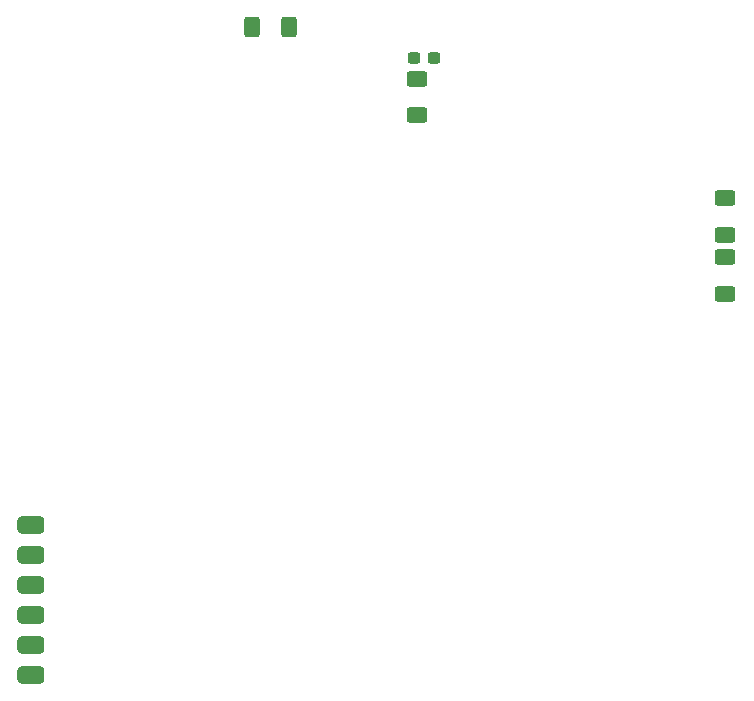
<source format=gbr>
%TF.GenerationSoftware,KiCad,Pcbnew,9.0.0*%
%TF.CreationDate,2025-07-08T12:35:53+02:00*%
%TF.ProjectId,capibarazeroPCB,63617069-6261-4726-917a-65726f504342,rev?*%
%TF.SameCoordinates,Original*%
%TF.FileFunction,Paste,Top*%
%TF.FilePolarity,Positive*%
%FSLAX46Y46*%
G04 Gerber Fmt 4.6, Leading zero omitted, Abs format (unit mm)*
G04 Created by KiCad (PCBNEW 9.0.0) date 2025-07-08 12:35:53*
%MOMM*%
%LPD*%
G01*
G04 APERTURE LIST*
G04 Aperture macros list*
%AMRoundRect*
0 Rectangle with rounded corners*
0 $1 Rounding radius*
0 $2 $3 $4 $5 $6 $7 $8 $9 X,Y pos of 4 corners*
0 Add a 4 corners polygon primitive as box body*
4,1,4,$2,$3,$4,$5,$6,$7,$8,$9,$2,$3,0*
0 Add four circle primitives for the rounded corners*
1,1,$1+$1,$2,$3*
1,1,$1+$1,$4,$5*
1,1,$1+$1,$6,$7*
1,1,$1+$1,$8,$9*
0 Add four rect primitives between the rounded corners*
20,1,$1+$1,$2,$3,$4,$5,0*
20,1,$1+$1,$4,$5,$6,$7,0*
20,1,$1+$1,$6,$7,$8,$9,0*
20,1,$1+$1,$8,$9,$2,$3,0*%
G04 Aperture macros list end*
%ADD10RoundRect,0.381000X-0.762000X-0.381000X0.762000X-0.381000X0.762000X0.381000X-0.762000X0.381000X0*%
%ADD11RoundRect,0.250000X0.625000X-0.400000X0.625000X0.400000X-0.625000X0.400000X-0.625000X-0.400000X0*%
%ADD12RoundRect,0.237500X-0.300000X-0.237500X0.300000X-0.237500X0.300000X0.237500X-0.300000X0.237500X0*%
%ADD13RoundRect,0.250000X0.400000X0.625000X-0.400000X0.625000X-0.400000X-0.625000X0.400000X-0.625000X0*%
G04 APERTURE END LIST*
D10*
%TO.C,J3*%
X111790000Y-107570000D03*
X111790000Y-110110000D03*
X111790000Y-112650000D03*
X111790000Y-115190000D03*
X111790000Y-117730000D03*
X111790000Y-120270000D03*
%TD*%
D11*
%TO.C,R4*%
X144450000Y-72850000D03*
X144450000Y-69750000D03*
%TD*%
D12*
%TO.C,C1*%
X144137500Y-68000000D03*
X145862500Y-68000000D03*
%TD*%
D11*
%TO.C,R1*%
X170550000Y-87950000D03*
X170550000Y-84850000D03*
%TD*%
D13*
%TO.C,R3*%
X133600000Y-65350000D03*
X130500000Y-65350000D03*
%TD*%
D11*
%TO.C,R2*%
X170550000Y-83000000D03*
X170550000Y-79900000D03*
%TD*%
M02*

</source>
